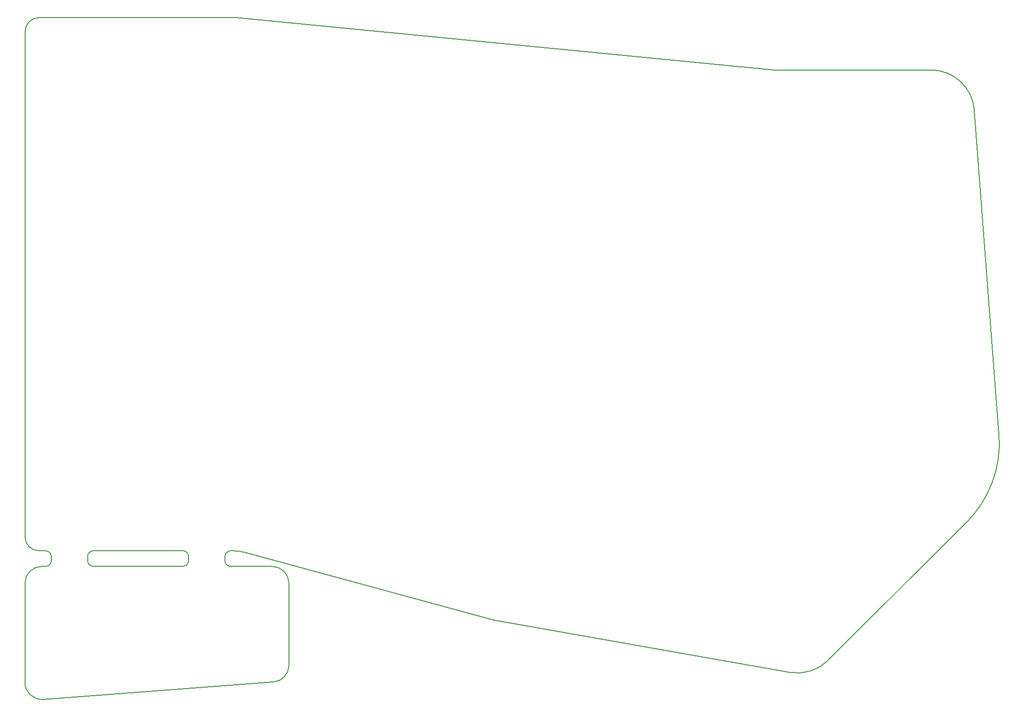
<source format=gm1>
G04 #@! TF.GenerationSoftware,KiCad,Pcbnew,(5.1.6)-1*
G04 #@! TF.CreationDate,2020-07-24T22:58:27+03:00*
G04 #@! TF.ProjectId,ergo33,6572676f-3333-42e6-9b69-6361645f7063,rev?*
G04 #@! TF.SameCoordinates,Original*
G04 #@! TF.FileFunction,Profile,NP*
%FSLAX46Y46*%
G04 Gerber Fmt 4.6, Leading zero omitted, Abs format (unit mm)*
G04 Created by KiCad (PCBNEW (5.1.6)-1) date 2020-07-24 22:58:27*
%MOMM*%
%LPD*%
G01*
G04 APERTURE LIST*
G04 #@! TA.AperFunction,Profile*
%ADD10C,0.200000*%
G04 #@! TD*
G04 APERTURE END LIST*
D10*
X59500000Y-115010000D02*
X59500000Y-115790000D01*
X60500000Y-116790000D02*
G75*
G02*
X59500000Y-115790000I0J1000000D01*
G01*
X59500000Y-115010000D02*
G75*
G02*
X60500000Y-114010000I1000000J0D01*
G01*
X67909999Y-116790000D02*
X60500000Y-116790000D01*
X60882464Y-114010000D02*
X60500000Y-114010000D01*
X53000000Y-115010000D02*
X53000000Y-115790000D01*
X52000000Y-114010000D02*
G75*
G02*
X53000000Y-115010000I0J-1000000D01*
G01*
X53000000Y-115790000D02*
G75*
G02*
X52000000Y-116790000I-1000000J0D01*
G01*
X35000000Y-115790000D02*
X35000000Y-115010000D01*
X36000000Y-116790000D02*
G75*
G02*
X35000000Y-115790000I0J1000000D01*
G01*
X28500000Y-115790000D02*
X28500000Y-115010000D01*
X28500000Y-115790000D02*
G75*
G02*
X27500000Y-116790000I-1000000J0D01*
G01*
X26334451Y-114010000D02*
X27500000Y-114010000D01*
X26810000Y-116790000D02*
X27500000Y-116790000D01*
X27500000Y-114010000D02*
G75*
G02*
X28500000Y-115010000I0J-1000000D01*
G01*
X35000000Y-115010000D02*
G75*
G02*
X36000000Y-114010000I1000000J0D01*
G01*
X36000000Y-116790000D02*
X52000000Y-116790000D01*
X36000000Y-114010000D02*
X52000000Y-114010000D01*
X27034937Y-140547516D02*
G75*
G02*
X23810001Y-137555961I-224936J2991555D01*
G01*
X27034937Y-140547516D02*
X68134937Y-137457192D01*
X23810001Y-119790000D02*
X23810001Y-137555961D01*
X70910002Y-134465636D02*
G75*
G02*
X68134937Y-137457192I-3000001J0D01*
G01*
X70910001Y-119790000D02*
X70910000Y-134465636D01*
X67909999Y-116790000D02*
G75*
G02*
X70910001Y-119790000I1J-3000001D01*
G01*
X23810000Y-119790000D02*
G75*
G02*
X26810000Y-116790000I3000000J0D01*
G01*
X197607170Y-93277416D02*
G75*
G02*
X191797626Y-108941090I-19942720J-1512585D01*
G01*
X108134125Y-126530752D02*
G75*
G02*
X107912287Y-126481227I437593J2481715D01*
G01*
X62910476Y-114280049D02*
X107912287Y-126481227D01*
X60882464Y-114010000D02*
G75*
G02*
X62910476Y-114280049I0J-7750000D01*
G01*
X160304095Y-135729726D02*
X108134125Y-126530752D01*
X61534981Y-18760000D02*
X26334449Y-18760000D01*
X61534981Y-18760001D02*
G75*
G02*
X62292103Y-18797072I0J-7750000D01*
G01*
X157543918Y-28110000D02*
G75*
G02*
X156786796Y-28072929I0J7750000D01*
G01*
X167126475Y-133581012D02*
G75*
G02*
X160304095Y-135729726I-5476607J5483547D01*
G01*
X62292103Y-18797072D02*
X156786796Y-28072929D01*
X26334451Y-114010000D02*
G75*
G02*
X23814450Y-111490001I-1J2520000D01*
G01*
X23814450Y-21280001D02*
G75*
G02*
X26334449Y-18760000I2520000J1D01*
G01*
X23814450Y-21280000D02*
X23814450Y-111490001D01*
X157543918Y-28110000D02*
X185480000Y-28110000D01*
X193207804Y-35273874D02*
X197607170Y-93277415D01*
X167126474Y-133581012D02*
X191797626Y-108941090D01*
X185480001Y-28110000D02*
G75*
G02*
X193207804Y-35273874I-1J-7750000D01*
G01*
M02*

</source>
